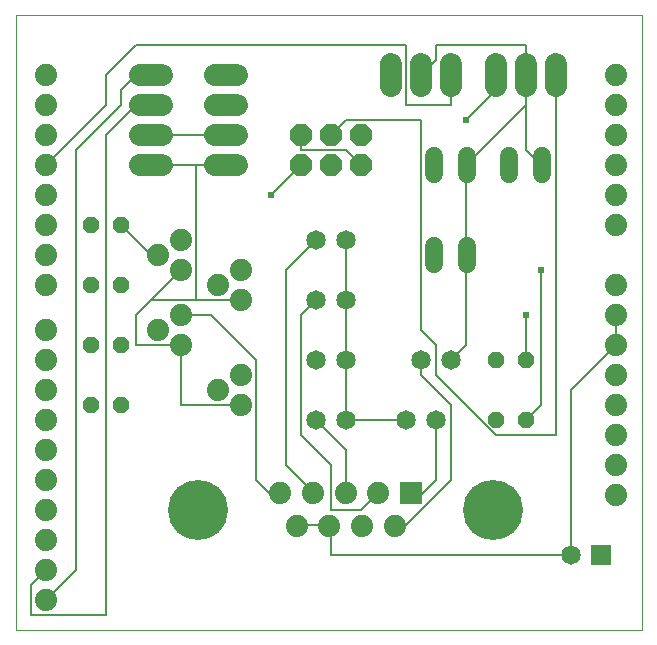
<source format=gtl>
G75*
%MOIN*%
%OFA0B0*%
%FSLAX24Y24*%
%IPPOS*%
%LPD*%
%AMOC8*
5,1,8,0,0,1.08239X$1,22.5*
%
%ADD10C,0.0000*%
%ADD11OC8,0.0520*%
%ADD12C,0.0650*%
%ADD13C,0.0740*%
%ADD14R,0.0650X0.0650*%
%ADD15OC8,0.0740*%
%ADD16R,0.0740X0.0740*%
%ADD17C,0.2000*%
%ADD18C,0.0740*%
%ADD19C,0.0600*%
%ADD20C,0.0060*%
%ADD21C,0.0240*%
D10*
X000500Y009252D02*
X000500Y029748D01*
X021370Y029748D01*
X021370Y009252D01*
X000500Y009252D01*
D11*
X003000Y016752D03*
X004000Y016752D03*
X004000Y018752D03*
X003000Y018752D03*
X003000Y020752D03*
X004000Y020752D03*
X004000Y022752D03*
X003000Y022752D03*
X016500Y018252D03*
X017500Y018252D03*
X017500Y016252D03*
X016500Y016252D03*
D12*
X015000Y018252D03*
X014000Y018252D03*
X013500Y016252D03*
X014500Y016252D03*
X011500Y016252D03*
X010500Y016252D03*
X010500Y018252D03*
X011500Y018252D03*
X011500Y020252D03*
X010500Y020252D03*
X010500Y022252D03*
X011500Y022252D03*
X019000Y011752D03*
D13*
X020500Y013752D03*
X020500Y014752D03*
X020500Y015752D03*
X020500Y016752D03*
X020500Y017752D03*
X020500Y018752D03*
X020500Y019752D03*
X020500Y020752D03*
X020500Y022752D03*
X020500Y023752D03*
X020500Y024752D03*
X020500Y025752D03*
X020500Y026752D03*
X020500Y027752D03*
X012591Y013811D03*
X013134Y012693D03*
X012043Y012693D03*
X011500Y013811D03*
X010957Y012693D03*
X010409Y013811D03*
X009866Y012693D03*
X009319Y013811D03*
X008000Y016752D03*
X007250Y017252D03*
X008000Y017752D03*
X008000Y020252D03*
X007250Y020752D03*
X008000Y021252D03*
X006000Y021252D03*
X005250Y021752D03*
X006000Y022252D03*
X006000Y019752D03*
X005250Y019252D03*
X006000Y018752D03*
X001500Y018252D03*
X001500Y019252D03*
X001500Y020752D03*
X001500Y021752D03*
X001500Y022752D03*
X001500Y023752D03*
X001500Y024752D03*
X001500Y025752D03*
X001500Y026752D03*
X001500Y027752D03*
X001500Y017252D03*
X001500Y016252D03*
X001500Y015252D03*
X001500Y014252D03*
X001500Y013252D03*
X001500Y012252D03*
X001500Y011252D03*
X001500Y010252D03*
D14*
X020000Y011752D03*
D15*
X012000Y024752D03*
X012000Y025752D03*
X011000Y025752D03*
X011000Y024752D03*
X010000Y024752D03*
X010000Y025752D03*
D16*
X013681Y013811D03*
D17*
X016421Y013252D03*
X006579Y013252D03*
D18*
X007130Y024752D02*
X007870Y024752D01*
X007870Y025752D02*
X007130Y025752D01*
X007130Y026752D02*
X007870Y026752D01*
X007870Y027752D02*
X007130Y027752D01*
X005370Y027752D02*
X004630Y027752D01*
X004630Y026752D02*
X005370Y026752D01*
X005370Y025752D02*
X004630Y025752D01*
X004630Y024752D02*
X005370Y024752D01*
X013000Y027382D02*
X013000Y028122D01*
X014000Y028122D02*
X014000Y027382D01*
X015000Y027382D02*
X015000Y028122D01*
X016500Y028122D02*
X016500Y027382D01*
X017500Y027382D02*
X017500Y028122D01*
X018500Y028122D02*
X018500Y027382D01*
D19*
X018050Y025052D02*
X018050Y024452D01*
X016950Y024452D02*
X016950Y025052D01*
X015550Y025052D02*
X015550Y024452D01*
X014450Y024452D02*
X014450Y025052D01*
X014450Y022052D02*
X014450Y021452D01*
X015550Y021452D02*
X015550Y022052D01*
D20*
X015550Y021752D02*
X015500Y021752D01*
X015500Y018752D01*
X015000Y018252D01*
X014500Y017752D02*
X016500Y015752D01*
X018500Y015752D01*
X018500Y027752D01*
X017500Y027752D02*
X017500Y026752D01*
X015500Y024752D01*
X015550Y024752D01*
X015500Y024752D02*
X015500Y021752D01*
X014000Y019252D02*
X014500Y018752D01*
X014500Y017752D01*
X014000Y017752D02*
X014000Y018252D01*
X014000Y017752D02*
X015000Y016752D01*
X015000Y014252D01*
X013500Y012752D01*
X013134Y012693D01*
X012500Y013752D02*
X012591Y013811D01*
X012500Y013752D02*
X012000Y013252D01*
X011000Y013252D01*
X011000Y014752D01*
X010000Y015752D01*
X010000Y019752D01*
X010500Y020252D01*
X011500Y020252D02*
X011500Y018252D01*
X011500Y016252D01*
X013500Y016252D01*
X014500Y016252D02*
X014500Y014252D01*
X014000Y013752D01*
X013681Y013811D01*
X011500Y013752D02*
X011500Y013811D01*
X011500Y015252D01*
X010500Y016252D01*
X009500Y014752D02*
X009500Y021252D01*
X010500Y022252D01*
X011500Y022252D02*
X011500Y020252D01*
X014000Y019252D02*
X014000Y026252D01*
X011500Y026252D01*
X011000Y025752D01*
X011500Y025252D02*
X010000Y025252D01*
X010000Y025752D01*
X010000Y024752D02*
X009000Y023752D01*
X007500Y024752D02*
X006500Y024752D01*
X006500Y020252D01*
X008000Y020252D01*
X007000Y019752D02*
X006000Y019752D01*
X006500Y020252D02*
X005000Y020252D01*
X004500Y019752D01*
X004500Y018752D01*
X006000Y018752D01*
X006000Y016752D01*
X008000Y016752D01*
X008500Y018252D02*
X007000Y019752D01*
X006000Y021252D02*
X005000Y020252D01*
X005000Y021752D02*
X005250Y021752D01*
X005000Y021752D02*
X004000Y022752D01*
X005000Y024752D02*
X006500Y024752D01*
X007500Y025752D02*
X005000Y025752D01*
X005000Y026752D02*
X004500Y026752D01*
X003500Y025752D01*
X003500Y009752D01*
X001000Y009752D01*
X001000Y010752D01*
X001500Y011252D01*
X002500Y011252D02*
X001500Y010252D01*
X002500Y011252D02*
X002500Y025252D01*
X004000Y026752D01*
X004000Y027252D01*
X004500Y027752D01*
X005000Y027752D01*
X004500Y028752D02*
X013500Y028752D01*
X013500Y026752D01*
X015000Y026752D01*
X015000Y027752D01*
X014500Y028252D02*
X014500Y028752D01*
X017500Y028752D01*
X017500Y027752D01*
X017500Y026752D02*
X017500Y025252D01*
X018000Y024752D01*
X018050Y024752D01*
X016500Y027252D02*
X016500Y027752D01*
X016500Y027252D02*
X015500Y026252D01*
X014000Y027752D02*
X014500Y028252D01*
X011500Y025252D02*
X012000Y024752D01*
X008500Y018252D02*
X008500Y014252D01*
X009000Y013752D01*
X009319Y013811D01*
X009500Y014752D02*
X010500Y013752D01*
X010409Y013811D01*
X010000Y012752D02*
X009866Y012693D01*
X010000Y012752D02*
X011000Y012752D01*
X010957Y012693D01*
X011000Y012752D02*
X011000Y011752D01*
X019000Y011752D01*
X019000Y017252D01*
X020500Y018752D01*
X020500Y019752D01*
X018000Y021252D02*
X018000Y016752D01*
X017500Y016252D01*
X017500Y018252D02*
X017500Y019752D01*
X004500Y028752D02*
X003500Y027752D01*
X003500Y026752D01*
X001500Y024752D01*
D21*
X009000Y023752D03*
X015500Y026252D03*
X018000Y021252D03*
X017500Y019752D03*
M02*

</source>
